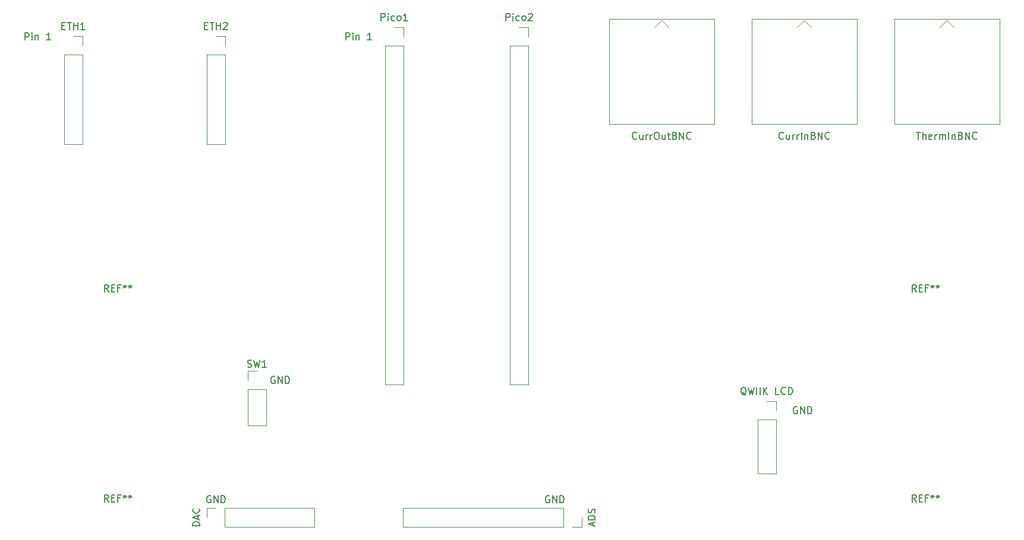
<source format=gbr>
%TF.GenerationSoftware,KiCad,Pcbnew,(5.1.10)-1*%
%TF.CreationDate,2021-07-09T13:20:10-04:00*%
%TF.ProjectId,PID-controller-pcb,5049442d-636f-46e7-9472-6f6c6c65722d,rev?*%
%TF.SameCoordinates,Original*%
%TF.FileFunction,Legend,Top*%
%TF.FilePolarity,Positive*%
%FSLAX46Y46*%
G04 Gerber Fmt 4.6, Leading zero omitted, Abs format (unit mm)*
G04 Created by KiCad (PCBNEW (5.1.10)-1) date 2021-07-09 13:20:10*
%MOMM*%
%LPD*%
G01*
G04 APERTURE LIST*
%ADD10C,0.150000*%
%ADD11C,0.120000*%
G04 APERTURE END LIST*
D10*
X164592095Y-98052000D02*
X164496857Y-98004380D01*
X164354000Y-98004380D01*
X164211142Y-98052000D01*
X164115904Y-98147238D01*
X164068285Y-98242476D01*
X164020666Y-98432952D01*
X164020666Y-98575809D01*
X164068285Y-98766285D01*
X164115904Y-98861523D01*
X164211142Y-98956761D01*
X164354000Y-99004380D01*
X164449238Y-99004380D01*
X164592095Y-98956761D01*
X164639714Y-98909142D01*
X164639714Y-98575809D01*
X164449238Y-98575809D01*
X165068285Y-99004380D02*
X165068285Y-98004380D01*
X165639714Y-99004380D01*
X165639714Y-98004380D01*
X166115904Y-99004380D02*
X166115904Y-98004380D01*
X166354000Y-98004380D01*
X166496857Y-98052000D01*
X166592095Y-98147238D01*
X166639714Y-98242476D01*
X166687333Y-98432952D01*
X166687333Y-98575809D01*
X166639714Y-98766285D01*
X166592095Y-98861523D01*
X166496857Y-98956761D01*
X166354000Y-99004380D01*
X166115904Y-99004380D01*
X129000476Y-49982380D02*
X129000476Y-48982380D01*
X129381428Y-48982380D01*
X129476666Y-49030000D01*
X129524285Y-49077619D01*
X129571904Y-49172857D01*
X129571904Y-49315714D01*
X129524285Y-49410952D01*
X129476666Y-49458571D01*
X129381428Y-49506190D01*
X129000476Y-49506190D01*
X130000476Y-49982380D02*
X130000476Y-49315714D01*
X130000476Y-48982380D02*
X129952857Y-49030000D01*
X130000476Y-49077619D01*
X130048095Y-49030000D01*
X130000476Y-48982380D01*
X130000476Y-49077619D01*
X130476666Y-49315714D02*
X130476666Y-49982380D01*
X130476666Y-49410952D02*
X130524285Y-49363333D01*
X130619523Y-49315714D01*
X130762380Y-49315714D01*
X130857619Y-49363333D01*
X130905238Y-49458571D01*
X130905238Y-49982380D01*
X132667142Y-49982380D02*
X132095714Y-49982380D01*
X132381428Y-49982380D02*
X132381428Y-48982380D01*
X132286190Y-49125238D01*
X132190952Y-49220476D01*
X132095714Y-49268095D01*
X174720476Y-49982380D02*
X174720476Y-48982380D01*
X175101428Y-48982380D01*
X175196666Y-49030000D01*
X175244285Y-49077619D01*
X175291904Y-49172857D01*
X175291904Y-49315714D01*
X175244285Y-49410952D01*
X175196666Y-49458571D01*
X175101428Y-49506190D01*
X174720476Y-49506190D01*
X175720476Y-49982380D02*
X175720476Y-49315714D01*
X175720476Y-48982380D02*
X175672857Y-49030000D01*
X175720476Y-49077619D01*
X175768095Y-49030000D01*
X175720476Y-48982380D01*
X175720476Y-49077619D01*
X176196666Y-49315714D02*
X176196666Y-49982380D01*
X176196666Y-49410952D02*
X176244285Y-49363333D01*
X176339523Y-49315714D01*
X176482380Y-49315714D01*
X176577619Y-49363333D01*
X176625238Y-49458571D01*
X176625238Y-49982380D01*
X178387142Y-49982380D02*
X177815714Y-49982380D01*
X178101428Y-49982380D02*
X178101428Y-48982380D01*
X178006190Y-49125238D01*
X177910952Y-49220476D01*
X177815714Y-49268095D01*
X239014095Y-102370000D02*
X238918857Y-102322380D01*
X238776000Y-102322380D01*
X238633142Y-102370000D01*
X238537904Y-102465238D01*
X238490285Y-102560476D01*
X238442666Y-102750952D01*
X238442666Y-102893809D01*
X238490285Y-103084285D01*
X238537904Y-103179523D01*
X238633142Y-103274761D01*
X238776000Y-103322380D01*
X238871238Y-103322380D01*
X239014095Y-103274761D01*
X239061714Y-103227142D01*
X239061714Y-102893809D01*
X238871238Y-102893809D01*
X239490285Y-103322380D02*
X239490285Y-102322380D01*
X240061714Y-103322380D01*
X240061714Y-102322380D01*
X240537904Y-103322380D02*
X240537904Y-102322380D01*
X240776000Y-102322380D01*
X240918857Y-102370000D01*
X241014095Y-102465238D01*
X241061714Y-102560476D01*
X241109333Y-102750952D01*
X241109333Y-102893809D01*
X241061714Y-103084285D01*
X241014095Y-103179523D01*
X240918857Y-103274761D01*
X240776000Y-103322380D01*
X240537904Y-103322380D01*
X203708095Y-115070000D02*
X203612857Y-115022380D01*
X203470000Y-115022380D01*
X203327142Y-115070000D01*
X203231904Y-115165238D01*
X203184285Y-115260476D01*
X203136666Y-115450952D01*
X203136666Y-115593809D01*
X203184285Y-115784285D01*
X203231904Y-115879523D01*
X203327142Y-115974761D01*
X203470000Y-116022380D01*
X203565238Y-116022380D01*
X203708095Y-115974761D01*
X203755714Y-115927142D01*
X203755714Y-115593809D01*
X203565238Y-115593809D01*
X204184285Y-116022380D02*
X204184285Y-115022380D01*
X204755714Y-116022380D01*
X204755714Y-115022380D01*
X205231904Y-116022380D02*
X205231904Y-115022380D01*
X205470000Y-115022380D01*
X205612857Y-115070000D01*
X205708095Y-115165238D01*
X205755714Y-115260476D01*
X205803333Y-115450952D01*
X205803333Y-115593809D01*
X205755714Y-115784285D01*
X205708095Y-115879523D01*
X205612857Y-115974761D01*
X205470000Y-116022380D01*
X205231904Y-116022380D01*
X155448095Y-115070000D02*
X155352857Y-115022380D01*
X155210000Y-115022380D01*
X155067142Y-115070000D01*
X154971904Y-115165238D01*
X154924285Y-115260476D01*
X154876666Y-115450952D01*
X154876666Y-115593809D01*
X154924285Y-115784285D01*
X154971904Y-115879523D01*
X155067142Y-115974761D01*
X155210000Y-116022380D01*
X155305238Y-116022380D01*
X155448095Y-115974761D01*
X155495714Y-115927142D01*
X155495714Y-115593809D01*
X155305238Y-115593809D01*
X155924285Y-116022380D02*
X155924285Y-115022380D01*
X156495714Y-116022380D01*
X156495714Y-115022380D01*
X156971904Y-116022380D02*
X156971904Y-115022380D01*
X157210000Y-115022380D01*
X157352857Y-115070000D01*
X157448095Y-115165238D01*
X157495714Y-115260476D01*
X157543333Y-115450952D01*
X157543333Y-115593809D01*
X157495714Y-115784285D01*
X157448095Y-115879523D01*
X157352857Y-115974761D01*
X157210000Y-116022380D01*
X156971904Y-116022380D01*
D11*
%TO.C,SW1*%
X160722000Y-104962000D02*
X163382000Y-104962000D01*
X160722000Y-99822000D02*
X160722000Y-104962000D01*
X163382000Y-99822000D02*
X163382000Y-104962000D01*
X160722000Y-99822000D02*
X163382000Y-99822000D01*
X160722000Y-98552000D02*
X160722000Y-97222000D01*
X160722000Y-97222000D02*
X162052000Y-97222000D01*
%TO.C,ThermInBNC*%
X260350000Y-47190000D02*
X261350000Y-48190000D01*
X260350000Y-47190000D02*
X259350000Y-48190000D01*
X252850000Y-61990000D02*
X252850000Y-46990000D01*
X267850000Y-61990000D02*
X252850000Y-61990000D01*
X267850000Y-46990000D02*
X267850000Y-61990000D01*
X252850000Y-46990000D02*
X267850000Y-46990000D01*
%TO.C,CurrInBNC*%
X240030000Y-47190000D02*
X241030000Y-48190000D01*
X240030000Y-47190000D02*
X239030000Y-48190000D01*
X232530000Y-61990000D02*
X232530000Y-46990000D01*
X247530000Y-61990000D02*
X232530000Y-61990000D01*
X247530000Y-46990000D02*
X247530000Y-61990000D01*
X232530000Y-46990000D02*
X247530000Y-46990000D01*
%TO.C,CurrOutBNC*%
X219710000Y-47190000D02*
X220710000Y-48190000D01*
X219710000Y-47190000D02*
X218710000Y-48190000D01*
X212210000Y-61990000D02*
X212210000Y-46990000D01*
X227210000Y-61990000D02*
X212210000Y-61990000D01*
X227210000Y-46990000D02*
X227210000Y-61990000D01*
X212210000Y-46990000D02*
X227210000Y-46990000D01*
%TO.C,QWIIK LCD*%
X234696000Y-101540000D02*
X236026000Y-101540000D01*
X236026000Y-101540000D02*
X236026000Y-102870000D01*
X236026000Y-104140000D02*
X236026000Y-111820000D01*
X233366000Y-111820000D02*
X236026000Y-111820000D01*
X233366000Y-104140000D02*
X233366000Y-111820000D01*
X233366000Y-104140000D02*
X236026000Y-104140000D01*
%TO.C,Pico2*%
X199390000Y-48200000D02*
X200720000Y-48200000D01*
X200720000Y-48200000D02*
X200720000Y-49530000D01*
X200720000Y-50800000D02*
X200720000Y-99120000D01*
X198060000Y-99120000D02*
X200720000Y-99120000D01*
X198060000Y-50800000D02*
X198060000Y-99120000D01*
X198060000Y-50800000D02*
X200720000Y-50800000D01*
%TO.C,Pico1*%
X181610000Y-48200000D02*
X182940000Y-48200000D01*
X182940000Y-48200000D02*
X182940000Y-49530000D01*
X182940000Y-50800000D02*
X182940000Y-99120000D01*
X180280000Y-99120000D02*
X182940000Y-99120000D01*
X180280000Y-50800000D02*
X180280000Y-99120000D01*
X180280000Y-50800000D02*
X182940000Y-50800000D01*
%TO.C,ETH2*%
X156210000Y-49470000D02*
X157540000Y-49470000D01*
X157540000Y-49470000D02*
X157540000Y-50800000D01*
X157540000Y-52070000D02*
X157540000Y-64830000D01*
X154880000Y-64830000D02*
X157540000Y-64830000D01*
X154880000Y-52070000D02*
X154880000Y-64830000D01*
X154880000Y-52070000D02*
X157540000Y-52070000D01*
%TO.C,ETH1*%
X135890000Y-49470000D02*
X137220000Y-49470000D01*
X137220000Y-49470000D02*
X137220000Y-50800000D01*
X137220000Y-52070000D02*
X137220000Y-64830000D01*
X134560000Y-64830000D02*
X137220000Y-64830000D01*
X134560000Y-52070000D02*
X134560000Y-64830000D01*
X134560000Y-52070000D02*
X137220000Y-52070000D01*
%TO.C,ADS*%
X208340000Y-118110000D02*
X208340000Y-119440000D01*
X208340000Y-119440000D02*
X207010000Y-119440000D01*
X205740000Y-119440000D02*
X182820000Y-119440000D01*
X182820000Y-116780000D02*
X182820000Y-119440000D01*
X205740000Y-116780000D02*
X182820000Y-116780000D01*
X205740000Y-116780000D02*
X205740000Y-119440000D01*
%TO.C,DAC*%
X154880000Y-118110000D02*
X154880000Y-116780000D01*
X154880000Y-116780000D02*
X156210000Y-116780000D01*
X157480000Y-116780000D02*
X170240000Y-116780000D01*
X170240000Y-119440000D02*
X170240000Y-116780000D01*
X157480000Y-119440000D02*
X170240000Y-119440000D01*
X157480000Y-119440000D02*
X157480000Y-116780000D01*
%TO.C,SW1*%
D10*
X160718666Y-96626761D02*
X160861523Y-96674380D01*
X161099619Y-96674380D01*
X161194857Y-96626761D01*
X161242476Y-96579142D01*
X161290095Y-96483904D01*
X161290095Y-96388666D01*
X161242476Y-96293428D01*
X161194857Y-96245809D01*
X161099619Y-96198190D01*
X160909142Y-96150571D01*
X160813904Y-96102952D01*
X160766285Y-96055333D01*
X160718666Y-95960095D01*
X160718666Y-95864857D01*
X160766285Y-95769619D01*
X160813904Y-95722000D01*
X160909142Y-95674380D01*
X161147238Y-95674380D01*
X161290095Y-95722000D01*
X161623428Y-95674380D02*
X161861523Y-96674380D01*
X162052000Y-95960095D01*
X162242476Y-96674380D01*
X162480571Y-95674380D01*
X163385333Y-96674380D02*
X162813904Y-96674380D01*
X163099619Y-96674380D02*
X163099619Y-95674380D01*
X163004380Y-95817238D01*
X162909142Y-95912476D01*
X162813904Y-95960095D01*
%TO.C,REF\u002A\u002A*%
X140906666Y-115886380D02*
X140573333Y-115410190D01*
X140335238Y-115886380D02*
X140335238Y-114886380D01*
X140716190Y-114886380D01*
X140811428Y-114934000D01*
X140859047Y-114981619D01*
X140906666Y-115076857D01*
X140906666Y-115219714D01*
X140859047Y-115314952D01*
X140811428Y-115362571D01*
X140716190Y-115410190D01*
X140335238Y-115410190D01*
X141335238Y-115362571D02*
X141668571Y-115362571D01*
X141811428Y-115886380D02*
X141335238Y-115886380D01*
X141335238Y-114886380D01*
X141811428Y-114886380D01*
X142573333Y-115362571D02*
X142240000Y-115362571D01*
X142240000Y-115886380D02*
X142240000Y-114886380D01*
X142716190Y-114886380D01*
X143240000Y-114886380D02*
X143240000Y-115124476D01*
X143001904Y-115029238D02*
X143240000Y-115124476D01*
X143478095Y-115029238D01*
X143097142Y-115314952D02*
X143240000Y-115124476D01*
X143382857Y-115314952D01*
X144001904Y-114886380D02*
X144001904Y-115124476D01*
X143763809Y-115029238D02*
X144001904Y-115124476D01*
X144240000Y-115029238D01*
X143859047Y-115314952D02*
X144001904Y-115124476D01*
X144144761Y-115314952D01*
X255968666Y-115886380D02*
X255635333Y-115410190D01*
X255397238Y-115886380D02*
X255397238Y-114886380D01*
X255778190Y-114886380D01*
X255873428Y-114934000D01*
X255921047Y-114981619D01*
X255968666Y-115076857D01*
X255968666Y-115219714D01*
X255921047Y-115314952D01*
X255873428Y-115362571D01*
X255778190Y-115410190D01*
X255397238Y-115410190D01*
X256397238Y-115362571D02*
X256730571Y-115362571D01*
X256873428Y-115886380D02*
X256397238Y-115886380D01*
X256397238Y-114886380D01*
X256873428Y-114886380D01*
X257635333Y-115362571D02*
X257302000Y-115362571D01*
X257302000Y-115886380D02*
X257302000Y-114886380D01*
X257778190Y-114886380D01*
X258302000Y-114886380D02*
X258302000Y-115124476D01*
X258063904Y-115029238D02*
X258302000Y-115124476D01*
X258540095Y-115029238D01*
X258159142Y-115314952D02*
X258302000Y-115124476D01*
X258444857Y-115314952D01*
X259063904Y-114886380D02*
X259063904Y-115124476D01*
X258825809Y-115029238D02*
X259063904Y-115124476D01*
X259302000Y-115029238D01*
X258921047Y-115314952D02*
X259063904Y-115124476D01*
X259206761Y-115314952D01*
X140906666Y-85914380D02*
X140573333Y-85438190D01*
X140335238Y-85914380D02*
X140335238Y-84914380D01*
X140716190Y-84914380D01*
X140811428Y-84962000D01*
X140859047Y-85009619D01*
X140906666Y-85104857D01*
X140906666Y-85247714D01*
X140859047Y-85342952D01*
X140811428Y-85390571D01*
X140716190Y-85438190D01*
X140335238Y-85438190D01*
X141335238Y-85390571D02*
X141668571Y-85390571D01*
X141811428Y-85914380D02*
X141335238Y-85914380D01*
X141335238Y-84914380D01*
X141811428Y-84914380D01*
X142573333Y-85390571D02*
X142240000Y-85390571D01*
X142240000Y-85914380D02*
X142240000Y-84914380D01*
X142716190Y-84914380D01*
X143240000Y-84914380D02*
X143240000Y-85152476D01*
X143001904Y-85057238D02*
X143240000Y-85152476D01*
X143478095Y-85057238D01*
X143097142Y-85342952D02*
X143240000Y-85152476D01*
X143382857Y-85342952D01*
X144001904Y-84914380D02*
X144001904Y-85152476D01*
X143763809Y-85057238D02*
X144001904Y-85152476D01*
X144240000Y-85057238D01*
X143859047Y-85342952D02*
X144001904Y-85152476D01*
X144144761Y-85342952D01*
X255968666Y-85914380D02*
X255635333Y-85438190D01*
X255397238Y-85914380D02*
X255397238Y-84914380D01*
X255778190Y-84914380D01*
X255873428Y-84962000D01*
X255921047Y-85009619D01*
X255968666Y-85104857D01*
X255968666Y-85247714D01*
X255921047Y-85342952D01*
X255873428Y-85390571D01*
X255778190Y-85438190D01*
X255397238Y-85438190D01*
X256397238Y-85390571D02*
X256730571Y-85390571D01*
X256873428Y-85914380D02*
X256397238Y-85914380D01*
X256397238Y-84914380D01*
X256873428Y-84914380D01*
X257635333Y-85390571D02*
X257302000Y-85390571D01*
X257302000Y-85914380D02*
X257302000Y-84914380D01*
X257778190Y-84914380D01*
X258302000Y-84914380D02*
X258302000Y-85152476D01*
X258063904Y-85057238D02*
X258302000Y-85152476D01*
X258540095Y-85057238D01*
X258159142Y-85342952D02*
X258302000Y-85152476D01*
X258444857Y-85342952D01*
X259063904Y-84914380D02*
X259063904Y-85152476D01*
X258825809Y-85057238D02*
X259063904Y-85152476D01*
X259302000Y-85057238D01*
X258921047Y-85342952D02*
X259063904Y-85152476D01*
X259206761Y-85342952D01*
%TO.C,ThermInBNC*%
X255992857Y-63142380D02*
X256564285Y-63142380D01*
X256278571Y-64142380D02*
X256278571Y-63142380D01*
X256897619Y-64142380D02*
X256897619Y-63142380D01*
X257326190Y-64142380D02*
X257326190Y-63618571D01*
X257278571Y-63523333D01*
X257183333Y-63475714D01*
X257040476Y-63475714D01*
X256945238Y-63523333D01*
X256897619Y-63570952D01*
X258183333Y-64094761D02*
X258088095Y-64142380D01*
X257897619Y-64142380D01*
X257802380Y-64094761D01*
X257754761Y-63999523D01*
X257754761Y-63618571D01*
X257802380Y-63523333D01*
X257897619Y-63475714D01*
X258088095Y-63475714D01*
X258183333Y-63523333D01*
X258230952Y-63618571D01*
X258230952Y-63713809D01*
X257754761Y-63809047D01*
X258659523Y-64142380D02*
X258659523Y-63475714D01*
X258659523Y-63666190D02*
X258707142Y-63570952D01*
X258754761Y-63523333D01*
X258850000Y-63475714D01*
X258945238Y-63475714D01*
X259278571Y-64142380D02*
X259278571Y-63475714D01*
X259278571Y-63570952D02*
X259326190Y-63523333D01*
X259421428Y-63475714D01*
X259564285Y-63475714D01*
X259659523Y-63523333D01*
X259707142Y-63618571D01*
X259707142Y-64142380D01*
X259707142Y-63618571D02*
X259754761Y-63523333D01*
X259850000Y-63475714D01*
X259992857Y-63475714D01*
X260088095Y-63523333D01*
X260135714Y-63618571D01*
X260135714Y-64142380D01*
X260611904Y-64142380D02*
X260611904Y-63142380D01*
X261088095Y-63475714D02*
X261088095Y-64142380D01*
X261088095Y-63570952D02*
X261135714Y-63523333D01*
X261230952Y-63475714D01*
X261373809Y-63475714D01*
X261469047Y-63523333D01*
X261516666Y-63618571D01*
X261516666Y-64142380D01*
X262326190Y-63618571D02*
X262469047Y-63666190D01*
X262516666Y-63713809D01*
X262564285Y-63809047D01*
X262564285Y-63951904D01*
X262516666Y-64047142D01*
X262469047Y-64094761D01*
X262373809Y-64142380D01*
X261992857Y-64142380D01*
X261992857Y-63142380D01*
X262326190Y-63142380D01*
X262421428Y-63190000D01*
X262469047Y-63237619D01*
X262516666Y-63332857D01*
X262516666Y-63428095D01*
X262469047Y-63523333D01*
X262421428Y-63570952D01*
X262326190Y-63618571D01*
X261992857Y-63618571D01*
X262992857Y-64142380D02*
X262992857Y-63142380D01*
X263564285Y-64142380D01*
X263564285Y-63142380D01*
X264611904Y-64047142D02*
X264564285Y-64094761D01*
X264421428Y-64142380D01*
X264326190Y-64142380D01*
X264183333Y-64094761D01*
X264088095Y-63999523D01*
X264040476Y-63904285D01*
X263992857Y-63713809D01*
X263992857Y-63570952D01*
X264040476Y-63380476D01*
X264088095Y-63285238D01*
X264183333Y-63190000D01*
X264326190Y-63142380D01*
X264421428Y-63142380D01*
X264564285Y-63190000D01*
X264611904Y-63237619D01*
%TO.C,CurrInBNC*%
X237053809Y-64047142D02*
X237006190Y-64094761D01*
X236863333Y-64142380D01*
X236768095Y-64142380D01*
X236625238Y-64094761D01*
X236530000Y-63999523D01*
X236482380Y-63904285D01*
X236434761Y-63713809D01*
X236434761Y-63570952D01*
X236482380Y-63380476D01*
X236530000Y-63285238D01*
X236625238Y-63190000D01*
X236768095Y-63142380D01*
X236863333Y-63142380D01*
X237006190Y-63190000D01*
X237053809Y-63237619D01*
X237910952Y-63475714D02*
X237910952Y-64142380D01*
X237482380Y-63475714D02*
X237482380Y-63999523D01*
X237530000Y-64094761D01*
X237625238Y-64142380D01*
X237768095Y-64142380D01*
X237863333Y-64094761D01*
X237910952Y-64047142D01*
X238387142Y-64142380D02*
X238387142Y-63475714D01*
X238387142Y-63666190D02*
X238434761Y-63570952D01*
X238482380Y-63523333D01*
X238577619Y-63475714D01*
X238672857Y-63475714D01*
X239006190Y-64142380D02*
X239006190Y-63475714D01*
X239006190Y-63666190D02*
X239053809Y-63570952D01*
X239101428Y-63523333D01*
X239196666Y-63475714D01*
X239291904Y-63475714D01*
X239625238Y-64142380D02*
X239625238Y-63142380D01*
X240101428Y-63475714D02*
X240101428Y-64142380D01*
X240101428Y-63570952D02*
X240149047Y-63523333D01*
X240244285Y-63475714D01*
X240387142Y-63475714D01*
X240482380Y-63523333D01*
X240530000Y-63618571D01*
X240530000Y-64142380D01*
X241339523Y-63618571D02*
X241482380Y-63666190D01*
X241530000Y-63713809D01*
X241577619Y-63809047D01*
X241577619Y-63951904D01*
X241530000Y-64047142D01*
X241482380Y-64094761D01*
X241387142Y-64142380D01*
X241006190Y-64142380D01*
X241006190Y-63142380D01*
X241339523Y-63142380D01*
X241434761Y-63190000D01*
X241482380Y-63237619D01*
X241530000Y-63332857D01*
X241530000Y-63428095D01*
X241482380Y-63523333D01*
X241434761Y-63570952D01*
X241339523Y-63618571D01*
X241006190Y-63618571D01*
X242006190Y-64142380D02*
X242006190Y-63142380D01*
X242577619Y-64142380D01*
X242577619Y-63142380D01*
X243625238Y-64047142D02*
X243577619Y-64094761D01*
X243434761Y-64142380D01*
X243339523Y-64142380D01*
X243196666Y-64094761D01*
X243101428Y-63999523D01*
X243053809Y-63904285D01*
X243006190Y-63713809D01*
X243006190Y-63570952D01*
X243053809Y-63380476D01*
X243101428Y-63285238D01*
X243196666Y-63190000D01*
X243339523Y-63142380D01*
X243434761Y-63142380D01*
X243577619Y-63190000D01*
X243625238Y-63237619D01*
%TO.C,CurrOutBNC*%
X216162380Y-64047142D02*
X216114761Y-64094761D01*
X215971904Y-64142380D01*
X215876666Y-64142380D01*
X215733809Y-64094761D01*
X215638571Y-63999523D01*
X215590952Y-63904285D01*
X215543333Y-63713809D01*
X215543333Y-63570952D01*
X215590952Y-63380476D01*
X215638571Y-63285238D01*
X215733809Y-63190000D01*
X215876666Y-63142380D01*
X215971904Y-63142380D01*
X216114761Y-63190000D01*
X216162380Y-63237619D01*
X217019523Y-63475714D02*
X217019523Y-64142380D01*
X216590952Y-63475714D02*
X216590952Y-63999523D01*
X216638571Y-64094761D01*
X216733809Y-64142380D01*
X216876666Y-64142380D01*
X216971904Y-64094761D01*
X217019523Y-64047142D01*
X217495714Y-64142380D02*
X217495714Y-63475714D01*
X217495714Y-63666190D02*
X217543333Y-63570952D01*
X217590952Y-63523333D01*
X217686190Y-63475714D01*
X217781428Y-63475714D01*
X218114761Y-64142380D02*
X218114761Y-63475714D01*
X218114761Y-63666190D02*
X218162380Y-63570952D01*
X218210000Y-63523333D01*
X218305238Y-63475714D01*
X218400476Y-63475714D01*
X218924285Y-63142380D02*
X219114761Y-63142380D01*
X219210000Y-63190000D01*
X219305238Y-63285238D01*
X219352857Y-63475714D01*
X219352857Y-63809047D01*
X219305238Y-63999523D01*
X219210000Y-64094761D01*
X219114761Y-64142380D01*
X218924285Y-64142380D01*
X218829047Y-64094761D01*
X218733809Y-63999523D01*
X218686190Y-63809047D01*
X218686190Y-63475714D01*
X218733809Y-63285238D01*
X218829047Y-63190000D01*
X218924285Y-63142380D01*
X220210000Y-63475714D02*
X220210000Y-64142380D01*
X219781428Y-63475714D02*
X219781428Y-63999523D01*
X219829047Y-64094761D01*
X219924285Y-64142380D01*
X220067142Y-64142380D01*
X220162380Y-64094761D01*
X220210000Y-64047142D01*
X220543333Y-63475714D02*
X220924285Y-63475714D01*
X220686190Y-63142380D02*
X220686190Y-63999523D01*
X220733809Y-64094761D01*
X220829047Y-64142380D01*
X220924285Y-64142380D01*
X221590952Y-63618571D02*
X221733809Y-63666190D01*
X221781428Y-63713809D01*
X221829047Y-63809047D01*
X221829047Y-63951904D01*
X221781428Y-64047142D01*
X221733809Y-64094761D01*
X221638571Y-64142380D01*
X221257619Y-64142380D01*
X221257619Y-63142380D01*
X221590952Y-63142380D01*
X221686190Y-63190000D01*
X221733809Y-63237619D01*
X221781428Y-63332857D01*
X221781428Y-63428095D01*
X221733809Y-63523333D01*
X221686190Y-63570952D01*
X221590952Y-63618571D01*
X221257619Y-63618571D01*
X222257619Y-64142380D02*
X222257619Y-63142380D01*
X222829047Y-64142380D01*
X222829047Y-63142380D01*
X223876666Y-64047142D02*
X223829047Y-64094761D01*
X223686190Y-64142380D01*
X223590952Y-64142380D01*
X223448095Y-64094761D01*
X223352857Y-63999523D01*
X223305238Y-63904285D01*
X223257619Y-63713809D01*
X223257619Y-63570952D01*
X223305238Y-63380476D01*
X223352857Y-63285238D01*
X223448095Y-63190000D01*
X223590952Y-63142380D01*
X223686190Y-63142380D01*
X223829047Y-63190000D01*
X223876666Y-63237619D01*
%TO.C,QWIIK LCD*%
X231743619Y-100647619D02*
X231648380Y-100600000D01*
X231553142Y-100504761D01*
X231410285Y-100361904D01*
X231315047Y-100314285D01*
X231219809Y-100314285D01*
X231267428Y-100552380D02*
X231172190Y-100504761D01*
X231076952Y-100409523D01*
X231029333Y-100219047D01*
X231029333Y-99885714D01*
X231076952Y-99695238D01*
X231172190Y-99600000D01*
X231267428Y-99552380D01*
X231457904Y-99552380D01*
X231553142Y-99600000D01*
X231648380Y-99695238D01*
X231696000Y-99885714D01*
X231696000Y-100219047D01*
X231648380Y-100409523D01*
X231553142Y-100504761D01*
X231457904Y-100552380D01*
X231267428Y-100552380D01*
X232029333Y-99552380D02*
X232267428Y-100552380D01*
X232457904Y-99838095D01*
X232648380Y-100552380D01*
X232886476Y-99552380D01*
X233267428Y-100552380D02*
X233267428Y-99552380D01*
X233743619Y-100552380D02*
X233743619Y-99552380D01*
X234219809Y-100552380D02*
X234219809Y-99552380D01*
X234791238Y-100552380D02*
X234362666Y-99980952D01*
X234791238Y-99552380D02*
X234219809Y-100123809D01*
X236457904Y-100552380D02*
X235981714Y-100552380D01*
X235981714Y-99552380D01*
X237362666Y-100457142D02*
X237315047Y-100504761D01*
X237172190Y-100552380D01*
X237076952Y-100552380D01*
X236934095Y-100504761D01*
X236838857Y-100409523D01*
X236791238Y-100314285D01*
X236743619Y-100123809D01*
X236743619Y-99980952D01*
X236791238Y-99790476D01*
X236838857Y-99695238D01*
X236934095Y-99600000D01*
X237076952Y-99552380D01*
X237172190Y-99552380D01*
X237315047Y-99600000D01*
X237362666Y-99647619D01*
X237791238Y-100552380D02*
X237791238Y-99552380D01*
X238029333Y-99552380D01*
X238172190Y-99600000D01*
X238267428Y-99695238D01*
X238315047Y-99790476D01*
X238362666Y-99980952D01*
X238362666Y-100123809D01*
X238315047Y-100314285D01*
X238267428Y-100409523D01*
X238172190Y-100504761D01*
X238029333Y-100552380D01*
X237791238Y-100552380D01*
%TO.C,Pico2*%
X197532857Y-47212380D02*
X197532857Y-46212380D01*
X197913809Y-46212380D01*
X198009047Y-46260000D01*
X198056666Y-46307619D01*
X198104285Y-46402857D01*
X198104285Y-46545714D01*
X198056666Y-46640952D01*
X198009047Y-46688571D01*
X197913809Y-46736190D01*
X197532857Y-46736190D01*
X198532857Y-47212380D02*
X198532857Y-46545714D01*
X198532857Y-46212380D02*
X198485238Y-46260000D01*
X198532857Y-46307619D01*
X198580476Y-46260000D01*
X198532857Y-46212380D01*
X198532857Y-46307619D01*
X199437619Y-47164761D02*
X199342380Y-47212380D01*
X199151904Y-47212380D01*
X199056666Y-47164761D01*
X199009047Y-47117142D01*
X198961428Y-47021904D01*
X198961428Y-46736190D01*
X199009047Y-46640952D01*
X199056666Y-46593333D01*
X199151904Y-46545714D01*
X199342380Y-46545714D01*
X199437619Y-46593333D01*
X200009047Y-47212380D02*
X199913809Y-47164761D01*
X199866190Y-47117142D01*
X199818571Y-47021904D01*
X199818571Y-46736190D01*
X199866190Y-46640952D01*
X199913809Y-46593333D01*
X200009047Y-46545714D01*
X200151904Y-46545714D01*
X200247142Y-46593333D01*
X200294761Y-46640952D01*
X200342380Y-46736190D01*
X200342380Y-47021904D01*
X200294761Y-47117142D01*
X200247142Y-47164761D01*
X200151904Y-47212380D01*
X200009047Y-47212380D01*
X200723333Y-46307619D02*
X200770952Y-46260000D01*
X200866190Y-46212380D01*
X201104285Y-46212380D01*
X201199523Y-46260000D01*
X201247142Y-46307619D01*
X201294761Y-46402857D01*
X201294761Y-46498095D01*
X201247142Y-46640952D01*
X200675714Y-47212380D01*
X201294761Y-47212380D01*
%TO.C,Pico1*%
X179752857Y-47212380D02*
X179752857Y-46212380D01*
X180133809Y-46212380D01*
X180229047Y-46260000D01*
X180276666Y-46307619D01*
X180324285Y-46402857D01*
X180324285Y-46545714D01*
X180276666Y-46640952D01*
X180229047Y-46688571D01*
X180133809Y-46736190D01*
X179752857Y-46736190D01*
X180752857Y-47212380D02*
X180752857Y-46545714D01*
X180752857Y-46212380D02*
X180705238Y-46260000D01*
X180752857Y-46307619D01*
X180800476Y-46260000D01*
X180752857Y-46212380D01*
X180752857Y-46307619D01*
X181657619Y-47164761D02*
X181562380Y-47212380D01*
X181371904Y-47212380D01*
X181276666Y-47164761D01*
X181229047Y-47117142D01*
X181181428Y-47021904D01*
X181181428Y-46736190D01*
X181229047Y-46640952D01*
X181276666Y-46593333D01*
X181371904Y-46545714D01*
X181562380Y-46545714D01*
X181657619Y-46593333D01*
X182229047Y-47212380D02*
X182133809Y-47164761D01*
X182086190Y-47117142D01*
X182038571Y-47021904D01*
X182038571Y-46736190D01*
X182086190Y-46640952D01*
X182133809Y-46593333D01*
X182229047Y-46545714D01*
X182371904Y-46545714D01*
X182467142Y-46593333D01*
X182514761Y-46640952D01*
X182562380Y-46736190D01*
X182562380Y-47021904D01*
X182514761Y-47117142D01*
X182467142Y-47164761D01*
X182371904Y-47212380D01*
X182229047Y-47212380D01*
X183514761Y-47212380D02*
X182943333Y-47212380D01*
X183229047Y-47212380D02*
X183229047Y-46212380D01*
X183133809Y-46355238D01*
X183038571Y-46450476D01*
X182943333Y-46498095D01*
%TO.C,ETH2*%
X154614761Y-47958571D02*
X154948095Y-47958571D01*
X155090952Y-48482380D02*
X154614761Y-48482380D01*
X154614761Y-47482380D01*
X155090952Y-47482380D01*
X155376666Y-47482380D02*
X155948095Y-47482380D01*
X155662380Y-48482380D02*
X155662380Y-47482380D01*
X156281428Y-48482380D02*
X156281428Y-47482380D01*
X156281428Y-47958571D02*
X156852857Y-47958571D01*
X156852857Y-48482380D02*
X156852857Y-47482380D01*
X157281428Y-47577619D02*
X157329047Y-47530000D01*
X157424285Y-47482380D01*
X157662380Y-47482380D01*
X157757619Y-47530000D01*
X157805238Y-47577619D01*
X157852857Y-47672857D01*
X157852857Y-47768095D01*
X157805238Y-47910952D01*
X157233809Y-48482380D01*
X157852857Y-48482380D01*
%TO.C,ETH1*%
X134294761Y-47958571D02*
X134628095Y-47958571D01*
X134770952Y-48482380D02*
X134294761Y-48482380D01*
X134294761Y-47482380D01*
X134770952Y-47482380D01*
X135056666Y-47482380D02*
X135628095Y-47482380D01*
X135342380Y-48482380D02*
X135342380Y-47482380D01*
X135961428Y-48482380D02*
X135961428Y-47482380D01*
X135961428Y-47958571D02*
X136532857Y-47958571D01*
X136532857Y-48482380D02*
X136532857Y-47482380D01*
X137532857Y-48482380D02*
X136961428Y-48482380D01*
X137247142Y-48482380D02*
X137247142Y-47482380D01*
X137151904Y-47625238D01*
X137056666Y-47720476D01*
X136961428Y-47768095D01*
%TO.C,ADS*%
X209946666Y-119324285D02*
X209946666Y-118848095D01*
X210232380Y-119419523D02*
X209232380Y-119086190D01*
X210232380Y-118752857D01*
X210232380Y-118419523D02*
X209232380Y-118419523D01*
X209232380Y-118181428D01*
X209280000Y-118038571D01*
X209375238Y-117943333D01*
X209470476Y-117895714D01*
X209660952Y-117848095D01*
X209803809Y-117848095D01*
X209994285Y-117895714D01*
X210089523Y-117943333D01*
X210184761Y-118038571D01*
X210232380Y-118181428D01*
X210232380Y-118419523D01*
X210184761Y-117467142D02*
X210232380Y-117324285D01*
X210232380Y-117086190D01*
X210184761Y-116990952D01*
X210137142Y-116943333D01*
X210041904Y-116895714D01*
X209946666Y-116895714D01*
X209851428Y-116943333D01*
X209803809Y-116990952D01*
X209756190Y-117086190D01*
X209708571Y-117276666D01*
X209660952Y-117371904D01*
X209613333Y-117419523D01*
X209518095Y-117467142D01*
X209422857Y-117467142D01*
X209327619Y-117419523D01*
X209280000Y-117371904D01*
X209232380Y-117276666D01*
X209232380Y-117038571D01*
X209280000Y-116895714D01*
%TO.C,DAC*%
X153892380Y-119300476D02*
X152892380Y-119300476D01*
X152892380Y-119062380D01*
X152940000Y-118919523D01*
X153035238Y-118824285D01*
X153130476Y-118776666D01*
X153320952Y-118729047D01*
X153463809Y-118729047D01*
X153654285Y-118776666D01*
X153749523Y-118824285D01*
X153844761Y-118919523D01*
X153892380Y-119062380D01*
X153892380Y-119300476D01*
X153606666Y-118348095D02*
X153606666Y-117871904D01*
X153892380Y-118443333D02*
X152892380Y-118110000D01*
X153892380Y-117776666D01*
X153797142Y-116871904D02*
X153844761Y-116919523D01*
X153892380Y-117062380D01*
X153892380Y-117157619D01*
X153844761Y-117300476D01*
X153749523Y-117395714D01*
X153654285Y-117443333D01*
X153463809Y-117490952D01*
X153320952Y-117490952D01*
X153130476Y-117443333D01*
X153035238Y-117395714D01*
X152940000Y-117300476D01*
X152892380Y-117157619D01*
X152892380Y-117062380D01*
X152940000Y-116919523D01*
X152987619Y-116871904D01*
%TD*%
M02*

</source>
